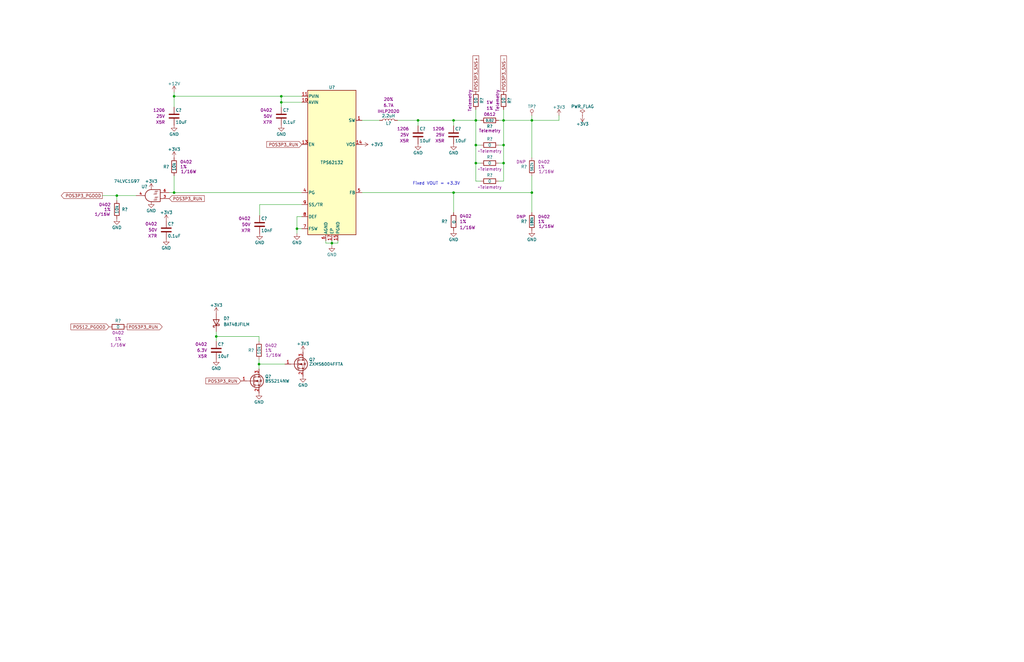
<source format=kicad_sch>
(kicad_sch (version 20211123) (generator eeschema)
  (paper "B")
  (title_block (title "drewSBC") (date "2022-06-26") (rev "PRELIM") (company "Drew Maatman"))
  (lib_symbols
    (symbol "Custom_Library:74LVC1G97_Power_AND" (pin_names (offset 1.016) hide)
      (property "Reference" "U" (at 1.524 3.81 0))
      (property "Value" "74LVC1G97_Power_AND" (at 1.524 -3.81 0))
      (symbol "74LVC1G97_Power_AND_1_1"
        (arc (start 0 -2.54) (mid 2.54 0) (end 0 2.54) (stroke (width 0.254)))
        (polyline (pts (xy -2.286 -0.635) (xy -1.651 -0.635) (xy -1.651 -1.905)))
        (polyline (pts (xy -2.286 1.905) (xy -1.651 1.905) (xy -1.651 0.635)))
        (polyline (pts (xy -2.921 -0.635) (xy -2.286 -0.635) (xy -2.286 -1.905) (xy -1.016 -1.905)))
        (polyline (pts (xy -2.921 1.905) (xy -2.286 1.905) (xy -2.286 0.635) (xy -1.016 0.635)))
        (polyline (pts (xy 0 -2.54) (xy -3.81 -2.54) (xy -3.81 2.54) (xy 0 2.54)) (stroke (width 0.254)))
        (pin power_in line (at 0 -2.54 270) (length 0) (name "GND") (number "1"))
        (pin power_in line (at 0 -2.54 270) (length 0) (name "GND") (number "2"))
        (pin input line (at -7.62 -1.27 0) (length 3.81) (name "~") (number "3"))
        (pin output line (at 6.35 0 180) (length 3.81) (name "~") (number "4"))
        (pin power_in line (at 0 2.54 90) (length 0) (name "VCC") (number "5"))
        (pin input line (at -7.62 1.27 0) (length 3.81) (name "~") (number "6"))
      )
    )
    (symbol "Custom_Library:C_Custom" (pin_numbers hide) (pin_names (offset 0.254))
      (property "Reference" "C" (at 0.635 2.54 0))
      (property "Value" "C_Custom" (at 0.635 -2.54 0))
      (property "display_footprint" "Foot" (at -3.81 2.54 0))
      (property "Voltage" "V" (at -3.81 0 0))
      (property "Dielectric" "Er" (at -3.81 -2.54 0))
      (symbol "C_Custom_0_1"
        (polyline (pts (xy -2.032 -0.762) (xy 2.032 -0.762)) (stroke (width 0.508)))
        (polyline (pts (xy -2.032 0.762) (xy 2.032 0.762)) (stroke (width 0.508)))
      )
      (symbol "C_Custom_1_1"
        (pin passive line (at 0 3.81 270) (length 2.794) (name "~") (number "1"))
        (pin passive line (at 0 -3.81 90) (length 2.794) (name "~") (number "2"))
      )
    )
    (symbol "Custom_Library:L_Custom" (pin_numbers hide) (pin_names (offset 1.016) hide)
      (property "Reference" "L" (at -1.27 0 90))
      (property "Value" "L_Custom" (at 1.905 0 90))
      (property "display_footprint" "Foot" (at 3.81 0 90))
      (property "Ampacity" "A" (at 6.35 0 90))
      (property "Tolerance" "Tol" (at 8.89 0 90))
      (symbol "L_Custom_0_1"
        (arc (start 0 -2.54) (mid 0.635 -1.905) (end 0 -1.27))
        (arc (start 0 -1.27) (mid 0.635 -0.635) (end 0 0))
        (arc (start 0 0) (mid 0.635 0.635) (end 0 1.27))
        (arc (start 0 1.27) (mid 0.635 1.905) (end 0 2.54))
      )
      (symbol "L_Custom_1_1"
        (pin passive line (at 0 3.81 270) (length 1.27) (name "1") (number "1"))
        (pin passive line (at 0 -3.81 90) (length 1.27) (name "2") (number "2"))
      )
    )
    (symbol "Custom_Library:R_Custom" (pin_numbers hide) (pin_names (offset 1.016) hide)
      (property "Reference" "R" (at -2.54 0 90))
      (property "Value" "R_Custom" (at 0 0 90))
      (property "display_footprint" "Foot" (at 2.54 0 90))
      (property "Tolerance" "Tol" (at 5.08 0 90))
      (property "Wattage" "W" (at 7.62 0 90))
      (symbol "R_Custom_0_1"
        (rectangle (start 1.016 2.54) (end -1.016 -2.54) (stroke (width 0.254)))
      )
      (symbol "R_Custom_1_1"
        (pin passive line (at 0 3.81 270) (length 1.27) (name "1") (number "1"))
        (pin passive line (at 0 -3.81 90) (length 1.27) (name "2") (number "2"))
      )
    )
    (symbol "Custom_Library:TP" (pin_numbers hide) (pin_names (offset 0) hide)
      (property "Reference" "TP" (at 0 3.81 0))
      (symbol "TP_0_1"
        (polyline (pts (xy 0 0) (xy 0 1.27)))
        (circle (center 0 1.905) (radius 0.635))
      )
      (symbol "TP_1_1"
        (pin passive line (at 0 0 90) (length 0) (name "TP") (number "1"))
      )
    )
    (symbol "Custom_Library:TPS62130" (pin_names (offset 0.254))
      (property "Reference" "U" (at 0 31.75 0))
      (property "Value" "TPS62130" (at 0 0 0))
      (symbol "TPS62130_0_1"
        (rectangle (start -10.16 30.48) (end 10.16 -30.48) (stroke (width 0.254)) (fill (type background)))
      )
      (symbol "TPS62130_1_1"
        (pin output line (at 12.7 17.78 180) (length 2.54) (name "SW") (number "1"))
        (pin power_in line (at -12.7 25.4 0) (length 2.54) (name "AVIN") (number "10"))
        (pin power_in line (at -12.7 27.94 0) (length 2.54) (name "PVIN") (number "11"))
        (pin passive line (at -12.7 27.94 0) (length 2.54) hide (name "PVIN") (number "12"))
        (pin input line (at -12.7 7.62 0) (length 2.54) (name "EN") (number "13"))
        (pin input line (at 12.7 7.62 180) (length 2.54) (name "VOS") (number "14"))
        (pin power_in line (at 2.54 -33.02 90) (length 2.54) (name "PGND") (number "15"))
        (pin passive line (at 2.54 -33.02 90) (length 2.54) hide (name "PGND") (number "16"))
        (pin power_in line (at 0 -33.02 90) (length 2.54) (name "EP") (number "17"))
        (pin passive line (at 12.7 17.78 180) (length 2.54) hide (name "SW") (number "2"))
        (pin passive line (at 12.7 17.78 180) (length 2.54) hide (name "SW") (number "3"))
        (pin open_collector line (at -12.7 -12.7 0) (length 2.54) (name "PG") (number "4"))
        (pin input line (at 12.7 -12.7 180) (length 2.54) (name "FB") (number "5"))
        (pin power_in line (at -2.54 -33.02 90) (length 2.54) (name "AGND") (number "6"))
        (pin input line (at -12.7 -27.94 0) (length 2.54) (name "FSW") (number "7"))
        (pin input line (at -12.7 -22.86 0) (length 2.54) (name "DEF") (number "8"))
        (pin input line (at -12.7 -17.78 0) (length 2.54) (name "SS/TR") (number "9"))
      )
    )
    (symbol "Custom_Library:ZXMS6004FFTA" (pin_names hide)
      (property "Reference" "Q" (at 5.08 1.905 0))
      (property "Value" "ZXMS6004FFTA" (at 5.08 0 0))
      (symbol "ZXMS6004FFTA_0_1"
        (polyline (pts (xy 0.254 0) (xy -2.54 0)))
        (polyline (pts (xy 0.254 1.905) (xy 0.254 -1.905)) (stroke (width 0.254)))
        (polyline (pts (xy 0.762 -1.27) (xy 0.762 -2.286)) (stroke (width 0.254)))
        (polyline (pts (xy 0.762 0.508) (xy 0.762 -0.508)) (stroke (width 0.254)))
        (polyline (pts (xy 0.762 2.286) (xy 0.762 1.27)) (stroke (width 0.254)))
        (polyline (pts (xy 2.54 2.54) (xy 2.54 1.778)))
        (polyline (pts (xy 2.54 -2.54) (xy 2.54 0) (xy 0.762 0)))
        (polyline (pts (xy 0.762 -1.778) (xy 3.302 -1.778) (xy 3.302 1.778) (xy 0.762 1.778)))
        (polyline (pts (xy 1.016 0) (xy 2.032 0.381) (xy 2.032 -0.381) (xy 1.016 0)) (fill (type outline)))
        (polyline (pts (xy 2.794 0.508) (xy 2.921 0.381) (xy 3.683 0.381) (xy 3.81 0.254)))
        (polyline (pts (xy 3.302 0.381) (xy 2.921 -0.254) (xy 3.683 -0.254) (xy 3.302 0.381)))
        (circle (center 1.651 0) (radius 2.794) (stroke (width 0.254)))
        (circle (center 2.54 -1.778) (radius 0.254) (fill (type outline)))
        (circle (center 2.54 1.778) (radius 0.254) (fill (type outline)))
      )
      (symbol "ZXMS6004FFTA_1_1"
        (pin input line (at -5.08 0 0) (length 2.54) (name "G") (number "1"))
        (pin passive line (at 2.54 -5.08 90) (length 2.54) (name "S") (number "2"))
        (pin passive line (at 2.54 5.08 270) (length 2.54) (name "D") (number "3"))
      )
    )
    (symbol "Diode:BAT48JFILM" (pin_numbers hide) (pin_names (offset 1.016) hide)
      (property "Reference" "D" (at 0 2.54 0))
      (property "Value" "BAT48JFILM" (at 0 -2.54 0))
      (symbol "BAT48JFILM_0_1"
        (polyline (pts (xy 1.27 0) (xy -1.27 0)))
        (polyline (pts (xy 1.27 1.27) (xy 1.27 -1.27) (xy -1.27 0) (xy 1.27 1.27)) (stroke (width 0.254)))
        (polyline (pts (xy -1.905 0.635) (xy -1.905 1.27) (xy -1.27 1.27) (xy -1.27 -1.27) (xy -0.635 -1.27) (xy -0.635 -0.635)) (stroke (width 0.254)))
      )
      (symbol "BAT48JFILM_1_1"
        (pin passive line (at -3.81 0 0) (length 2.54) (name "K") (number "1"))
        (pin passive line (at 3.81 0 180) (length 2.54) (name "A") (number "2"))
      )
    )
    (symbol "LED_Panel_Controller-rescue:+3.3V-power" (power) (pin_names (offset 0))
      (property "Value" "+3.3V-power" (at 0 3.556 0))
      (symbol "+3.3V-power_0_1"
        (polyline (pts (xy -0.762 1.27) (xy 0 2.54)))
        (polyline (pts (xy 0 0) (xy 0 2.54)))
        (polyline (pts (xy 0 2.54) (xy 0.762 1.27)))
      )
      (symbol "+3.3V-power_1_1"
        (pin power_in line (at 0 0 90) (length 0) hide (name "+3V3") (number "1"))
      )
    )
    (symbol "Transistor_FET:BSS214NW" (pin_names hide)
      (property "Reference" "Q" (at 5.08 1.905 0))
      (property "Value" "BSS214NW" (at 5.08 0 0))
      (symbol "BSS214NW_0_1"
        (polyline (pts (xy 0.254 0) (xy -2.54 0)))
        (polyline (pts (xy 0.254 1.905) (xy 0.254 -1.905)) (stroke (width 0.254)))
        (polyline (pts (xy 0.762 -1.27) (xy 0.762 -2.286)) (stroke (width 0.254)))
        (polyline (pts (xy 0.762 0.508) (xy 0.762 -0.508)) (stroke (width 0.254)))
        (polyline (pts (xy 0.762 2.286) (xy 0.762 1.27)) (stroke (width 0.254)))
        (polyline (pts (xy 2.54 2.54) (xy 2.54 1.778)))
        (polyline (pts (xy 2.54 -2.54) (xy 2.54 0) (xy 0.762 0)))
        (polyline (pts (xy 0.762 -1.778) (xy 3.302 -1.778) (xy 3.302 1.778) (xy 0.762 1.778)))
        (polyline (pts (xy 1.016 0) (xy 2.032 0.381) (xy 2.032 -0.381) (xy 1.016 0)) (fill (type outline)))
        (polyline (pts (xy 2.794 0.508) (xy 2.921 0.381) (xy 3.683 0.381) (xy 3.81 0.254)))
        (polyline (pts (xy 3.302 0.381) (xy 2.921 -0.254) (xy 3.683 -0.254) (xy 3.302 0.381)))
        (circle (center 1.651 0) (radius 2.794) (stroke (width 0.254)))
        (circle (center 2.54 -1.778) (radius 0.254) (fill (type outline)))
        (circle (center 2.54 1.778) (radius 0.254) (fill (type outline)))
      )
      (symbol "BSS214NW_1_1"
        (pin input line (at -5.08 0 0) (length 2.54) (name "G") (number "1"))
        (pin passive line (at 2.54 -5.08 90) (length 2.54) (name "S") (number "2"))
        (pin passive line (at 2.54 5.08 270) (length 2.54) (name "D") (number "3"))
      )
    )
    (symbol "power:+12V" (power) (pin_names (offset 0))
      (property "Value" "+12V" (at 0 3.556 0))
      (symbol "+12V_0_1"
        (polyline (pts (xy -0.762 1.27) (xy 0 2.54)))
        (polyline (pts (xy 0 0) (xy 0 2.54)))
        (polyline (pts (xy 0 2.54) (xy 0.762 1.27)))
      )
      (symbol "+12V_1_1"
        (pin power_in line (at 0 0 90) (length 0) hide (name "+12V") (number "1"))
      )
    )
    (symbol "power:GND" (power) (pin_names (offset 0))
      (property "Value" "GND" (at 0 -3.81 0))
      (symbol "GND_0_1"
        (polyline (pts (xy 0 0) (xy 0 -1.27) (xy 1.27 -1.27) (xy 0 -2.54) (xy -1.27 -1.27) (xy 0 -1.27)))
      )
      (symbol "GND_1_1"
        (pin power_in line (at 0 0 270) (length 0) hide (name "GND") (number "1"))
      )
    )
    (symbol "power:PWR_FLAG" (power) (pin_numbers hide) (pin_names (offset 0) hide)
      (property "Value" "PWR_FLAG" (at 0 3.81 0))
      (symbol "PWR_FLAG_0_0"
        (pin power_out line (at 0 0 90) (length 0) (name "pwr") (number "1"))
      )
      (symbol "PWR_FLAG_0_1"
        (polyline (pts (xy 0 0) (xy 0 1.27) (xy -1.016 1.905) (xy 0 2.54) (xy 1.016 1.905) (xy 0 1.27)))
      )
    )
  )
  (junction (at 191.262 50.8))
  (junction (at 49.276 82.55))
  (junction (at 73.406 81.28))
  (junction (at 212.344 50.8))
  (junction (at 212.344 68.834))
  (junction (at 224.282 81.28))
  (junction (at 212.344 61.214))
  (junction (at 118.618 43.18))
  (junction (at 200.66 61.214))
  (junction (at 118.618 40.64))
  (junction (at 191.262 81.28))
  (junction (at 91.186 141.986))
  (junction (at 176.276 50.8))
  (junction (at 224.282 50.8))
  (junction (at 139.954 102.616))
  (junction (at 109.22 153.67))
  (junction (at 200.66 68.834))
  (junction (at 73.406 40.64))
  (junction (at 125.222 96.52))
  (junction (at 200.66 50.8))
  (wire (pts (xy 235.712 50.8) (xy 224.282 50.8)))
  (wire (pts (xy 212.344 76.454) (xy 212.344 68.834)))
  (wire (pts (xy 210.312 61.214) (xy 212.344 61.214)))
  (wire (pts (xy 71.374 81.28) (xy 73.406 81.28)))
  (wire (pts (xy 127.254 96.52) (xy 125.222 96.52)))
  (wire (pts (xy 73.406 81.28) (xy 73.406 74.168)))
  (wire (pts (xy 73.406 40.64) (xy 73.406 45.212)))
  (wire (pts (xy 139.954 103.632) (xy 139.954 102.616)))
  (wire (pts (xy 212.344 46.228) (xy 212.344 50.8)))
  (wire (pts (xy 57.404 82.55) (xy 49.276 82.55)))
  (wire (pts (xy 210.312 68.834) (xy 212.344 68.834)))
  (wire (pts (xy 224.282 48.768) (xy 224.282 50.8)))
  (wire (pts (xy 200.66 76.454) (xy 202.692 76.454)))
  (wire (pts (xy 118.618 43.18) (xy 118.618 40.64)))
  (wire (pts (xy 200.66 68.834) (xy 200.66 76.454)))
  (wire (pts (xy 139.954 102.616) (xy 137.414 102.616)))
  (wire (pts (xy 176.276 50.8) (xy 191.262 50.8)))
  (wire (pts (xy 210.312 76.454) (xy 212.344 76.454)))
  (wire (pts (xy 137.414 102.616) (xy 137.414 101.6)))
  (wire (pts (xy 176.276 53.086) (xy 176.276 50.8)))
  (wire (pts (xy 120.142 153.67) (xy 109.22 153.67)))
  (wire (pts (xy 212.344 50.8) (xy 224.282 50.8)))
  (wire (pts (xy 224.282 74.168) (xy 224.282 81.28)))
  (wire (pts (xy 139.954 102.616) (xy 139.954 101.6)))
  (wire (pts (xy 210.312 50.8) (xy 212.344 50.8)))
  (wire (pts (xy 142.494 102.616) (xy 142.494 101.6)))
  (wire (pts (xy 49.276 82.55) (xy 43.18 82.55)))
  (wire (pts (xy 127.254 81.28) (xy 73.406 81.28)))
  (wire (pts (xy 200.66 61.214) (xy 200.66 68.834)))
  (wire (pts (xy 191.262 53.086) (xy 191.262 50.8)))
  (wire (pts (xy 200.66 50.8) (xy 200.66 61.214)))
  (wire (pts (xy 224.282 81.28) (xy 224.282 89.662)))
  (wire (pts (xy 91.186 139.954) (xy 91.186 141.986)))
  (wire (pts (xy 109.22 153.67) (xy 109.22 155.702)))
  (wire (pts (xy 167.64 50.8) (xy 176.276 50.8)))
  (wire (pts (xy 109.22 144.018) (xy 109.22 141.986)))
  (wire (pts (xy 212.344 68.834) (xy 212.344 61.214)))
  (wire (pts (xy 152.654 81.28) (xy 191.262 81.28)))
  (wire (pts (xy 125.222 91.44) (xy 127.254 91.44)))
  (wire (pts (xy 109.474 90.932) (xy 109.474 86.36)))
  (wire (pts (xy 127.254 43.18) (xy 118.618 43.18)))
  (wire (pts (xy 200.66 46.228) (xy 200.66 50.8)))
  (wire (pts (xy 91.186 141.986) (xy 91.186 144.018)))
  (wire (pts (xy 224.282 50.8) (xy 224.282 66.548)))
  (wire (pts (xy 109.474 86.36) (xy 127.254 86.36)))
  (wire (pts (xy 200.66 50.8) (xy 202.692 50.8)))
  (wire (pts (xy 118.618 43.18) (xy 118.618 45.212)))
  (wire (pts (xy 212.344 50.8) (xy 212.344 61.214)))
  (wire (pts (xy 139.954 102.616) (xy 142.494 102.616)))
  (wire (pts (xy 202.692 68.834) (xy 200.66 68.834)))
  (wire (pts (xy 235.712 48.768) (xy 235.712 50.8)))
  (wire (pts (xy 109.22 151.638) (xy 109.22 153.67)))
  (wire (pts (xy 202.692 61.214) (xy 200.66 61.214)))
  (wire (pts (xy 200.66 50.8) (xy 191.262 50.8)))
  (wire (pts (xy 125.222 96.52) (xy 125.222 91.44)))
  (wire (pts (xy 125.222 98.552) (xy 125.222 96.52)))
  (wire (pts (xy 49.276 82.55) (xy 49.276 84.582)))
  (wire (pts (xy 127.254 40.64) (xy 118.618 40.64)))
  (wire (pts (xy 191.262 89.662) (xy 191.262 81.28)))
  (wire (pts (xy 191.262 81.28) (xy 224.282 81.28)))
  (wire (pts (xy 109.22 141.986) (xy 91.186 141.986)))
  (wire (pts (xy 152.654 50.8) (xy 160.02 50.8)))
  (wire (pts (xy 73.406 38.862) (xy 73.406 40.64)))
  (wire (pts (xy 73.406 40.64) (xy 118.618 40.64)))
  (text "Fixed VOUT = +3.3V" (at 173.99 78.232 0) (effects (font (size 1.27 1.27)) (justify left bottom)))
  (global_label "POS3P3_RUN" (shape output) (at 53.594 137.922 0) (property "Intersheet References" "${INTERSHEET_REFS}" (effects hide)))
  (global_label "POS3P3_RUN" (shape input) (at 71.374 83.82 0) (property "Intersheet References" "${INTERSHEET_REFS}" (effects hide)))
  (global_label "POS3P3_RUN" (shape input) (at 127.254 60.96 180) (property "Intersheet References" "${INTERSHEET_REFS}" (effects hide)))
  (global_label "POS3P3_SNS-" (shape passive) (at 212.344 38.608 90) (property "Intersheet References" "${INTERSHEET_REFS}" (effects hide)))
  (global_label "POS3P3_PGOOD" (shape output) (at 43.18 82.55 180) (property "Intersheet References" "${INTERSHEET_REFS}" (effects hide)))
  (global_label "POS3P3_SNS+" (shape passive) (at 200.66 38.608 90) (property "Intersheet References" "${INTERSHEET_REFS}" (effects hide)))
  (global_label "POS12_PGOOD" (shape input) (at 45.974 137.922 180) (property "Intersheet References" "${INTERSHEET_REFS}" (effects hide)))
  (global_label "POS3P3_RUN" (shape input) (at 101.6 160.782 180) (property "Intersheet References" "${INTERSHEET_REFS}" (effects hide)))
  (symbol (lib_id "Custom_Library:R_Custom") (at 206.502 61.214 90) (mirror x) (unit 1)
    (property "Reference" "R?" (at 206.502 58.674 90))
    (property "Value" "0" (at 206.502 61.214 90))
    (property "Footprint" "Resistors_SMD:R_0402" (effects hide))
    (property "display_footprint" "0402" (effects hide))
    (property "Tolerance" "1%" (effects hide))
    (property "Wattage" "1/16W" (effects hide))
    (property "Configuration" "~Telemetry" (at 206.502 63.754 90))
    (property "Digi-Key PN" "RMCF0402ZT0R00CT-ND" (effects hide))
  )
  (symbol (lib_id "power:GND") (at 118.618 52.832 0) (unit 1)
    (property "Reference" "#PWR?" (effects hide))
    (property "Value" "GND" (at 118.618 56.642 0))
  )
  (symbol (lib_id "power:GND") (at 109.474 98.552 0) (unit 1)
    (property "Reference" "#PWR?" (effects hide))
    (property "Value" "GND" (at 109.474 102.362 0))
  )
  (symbol (lib_id "Custom_Library:C_Custom") (at 176.276 56.896 0) (unit 1)
    (property "Reference" "C?" (at 176.911 54.356 0) (effects (justify left)))
    (property "Value" "10uF" (at 176.911 59.436 0) (effects (justify left)))
    (property "Footprint" "Capacitors_SMD:C_1206" (effects hide))
    (property "display_footprint" "1206" (at 172.466 54.356 0) (effects (justify right)))
    (property "Voltage" "25V" (at 172.466 56.896 0) (effects (justify right)))
    (property "Dielectric" "X5R" (at 172.466 59.436 0) (effects (justify right)))
    (property "Digi-Key PN" "399-8153-1-ND" (effects hide))
  )
  (symbol (lib_id "Custom_Library:R_Custom") (at 206.502 50.8 90) (unit 1)
    (property "Reference" "R?" (at 206.502 53.34 90))
    (property "Value" "0.02" (at 206.502 50.8 90) (effects (font (size 1.016 1.016))))
    (property "Footprint" "Resistors_SMD:R_0612" (effects hide))
    (property "Digi-Key PN" "P16010CT-ND" (effects hide))
    (property "display_footprint" "0612" (at 206.502 48.26 90))
    (property "Tolerance" "1%" (at 206.502 45.72 90))
    (property "Wattage" "1W" (at 206.502 43.18 90))
    (property "Configuration" "Telemetry" (at 206.502 55.118 90))
  )
  (symbol (lib_id "LED_Panel_Controller-rescue:+3.3V-power") (at 245.618 48.768 180) (unit 1)
    (property "Reference" "#PWR?" (effects hide))
    (property "Value" "+3.3V" (at 245.618 52.324 0))
  )
  (symbol (lib_id "power:GND") (at 139.954 103.632 0) (unit 1)
    (property "Reference" "#PWR?" (effects hide))
    (property "Value" "GND" (at 139.954 107.442 0))
  )
  (symbol (lib_id "LED_Panel_Controller-rescue:+3.3V-power") (at 70.104 93.218 0) (unit 1)
    (property "Reference" "#PWR?" (effects hide))
    (property "Value" "+3.3V" (at 70.104 89.662 0))
  )
  (symbol (lib_id "Transistor_FET:BSS214NW") (at 106.68 160.782 0) (unit 1)
    (property "Reference" "Q?" (at 111.76 158.877 0) (effects (justify left)))
    (property "Value" "BSS214NW" (at 111.76 160.782 0) (effects (justify left)))
    (property "Footprint" "Package_TO_SOT_SMD:SOT-323_SC-70" (effects hide))
    (property "Datasheet" "https://www.infineon.com/dgdl/Infineon-BSS214NW-DS-v02_02-en.pdf?fileId=db3a30431b3e89eb011b695aebc01bde" (effects hide))
    (property "Digi-Key PN" "BSS214NWH6327XTSA1CT-ND" (effects hide))
  )
  (symbol (lib_id "Custom_Library:R_Custom") (at 109.22 147.828 0) (unit 1)
    (property "Reference" "R?" (at 107.188 147.828 0) (effects (justify right)))
    (property "Value" "10k" (at 109.22 147.828 90))
    (property "Footprint" "Resistors_SMD:R_0402" (effects hide))
    (property "display_footprint" "0402" (at 111.76 145.796 0) (effects (justify left)))
    (property "Tolerance" "1%" (at 111.76 147.828 0) (effects (justify left)))
    (property "Wattage" "1/16W" (at 112.014 149.86 0) (effects (justify left)))
    (property "Digi-Key PN" "RMCF0402FT10K0CT-ND" (effects hide))
  )
  (symbol (lib_id "LED_Panel_Controller-rescue:+3.3V-power") (at 127.762 148.59 0) (unit 1)
    (property "Reference" "#PWR?" (effects hide))
    (property "Value" "+3.3V" (at 127.762 145.034 0))
  )
  (symbol (lib_id "Custom_Library:R_Custom") (at 49.276 88.392 0) (mirror y) (unit 1)
    (property "Reference" "R?" (at 51.308 88.392 0) (effects (justify right)))
    (property "Value" "10k" (at 49.276 88.392 90))
    (property "Footprint" "Resistors_SMD:R_0402" (effects hide))
    (property "display_footprint" "0402" (at 46.736 86.36 0) (effects (justify left)))
    (property "Tolerance" "1%" (at 46.736 88.392 0) (effects (justify left)))
    (property "Wattage" "1/16W" (at 46.482 90.424 0) (effects (justify left)))
    (property "Digi-Key PN" "RMCF0402FT10K0CT-ND" (effects hide))
  )
  (symbol (lib_id "LED_Panel_Controller-rescue:+3.3V-power") (at 235.712 48.768 0) (unit 1)
    (property "Reference" "#PWR?" (effects hide))
    (property "Value" "+3.3V" (at 235.712 45.212 0))
  )
  (symbol (lib_id "power:GND") (at 109.22 165.862 0) (unit 1)
    (property "Reference" "#PWR?" (effects hide))
    (property "Value" "GND" (at 109.22 169.672 0))
  )
  (symbol (lib_id "Custom_Library:ZXMS6004FFTA") (at 125.222 153.67 0) (unit 1)
    (property "Reference" "Q?" (at 130.302 151.765 0) (effects (justify left)))
    (property "Value" "ZXMS6004FFTA" (at 130.302 153.67 0) (effects (justify left)))
    (property "Footprint" "Package_TO_SOT_SMD:SOT-23" (effects hide))
    (property "Datasheet" "https://www.diodes.com/assets/Datasheets/ZXMS6004FF.pdf" (effects hide))
    (property "Digi-Key PN" "ZXMS6004FFCT-ND" (effects hide))
  )
  (symbol (lib_id "Custom_Library:R_Custom") (at 206.502 68.834 90) (mirror x) (unit 1)
    (property "Reference" "R?" (at 206.502 66.294 90))
    (property "Value" "0" (at 206.502 68.834 90))
    (property "Footprint" "Resistors_SMD:R_0402" (effects hide))
    (property "display_footprint" "0402" (effects hide))
    (property "Tolerance" "1%" (effects hide))
    (property "Wattage" "1/16W" (effects hide))
    (property "Configuration" "~Telemetry" (at 206.502 71.374 90))
    (property "Digi-Key PN" "RMCF0402ZT0R00CT-ND" (effects hide))
  )
  (symbol (lib_id "LED_Panel_Controller-rescue:+3.3V-power") (at 63.754 80.01 0) (unit 1)
    (property "Reference" "#PWR?" (effects hide))
    (property "Value" "+3.3V" (at 63.754 76.454 0))
  )
  (symbol (lib_id "power:GND") (at 49.276 92.202 0) (unit 1)
    (property "Reference" "#PWR?" (effects hide))
    (property "Value" "GND" (at 49.276 96.012 0))
  )
  (symbol (lib_id "power:GND") (at 91.186 151.638 0) (unit 1)
    (property "Reference" "#PWR?" (effects hide))
    (property "Value" "GND" (at 91.186 155.448 0))
  )
  (symbol (lib_id "Custom_Library:TPS62130") (at 139.954 68.58 0) (unit 1)
    (property "Reference" "U?" (at 139.954 36.83 0))
    (property "Value" "TPS62132" (at 139.954 68.58 0))
    (property "Footprint" "Package_DFN_QFN:QFN-16-1EP_3x3mm_P0.5mm_EP1.8x1.8mm" (effects hide))
    (property "Datasheet" "http://www.ti.com/lit/ds/symlink/tps62130.pdf" (effects hide))
    (property "Digi-Key PN" "296-29936-1-ND" (effects hide))
  )
  (symbol (lib_id "power:GND") (at 125.222 98.552 0) (unit 1)
    (property "Reference" "#PWR?" (effects hide))
    (property "Value" "GND" (at 125.222 102.362 0))
  )
  (symbol (lib_id "LED_Panel_Controller-rescue:+3.3V-power") (at 73.406 66.548 0) (unit 1)
    (property "Reference" "#PWR?" (effects hide))
    (property "Value" "+3.3V" (at 73.406 62.992 0))
  )
  (symbol (lib_id "Custom_Library:R_Custom") (at 191.262 93.472 0) (mirror y) (unit 1)
    (property "Reference" "R?" (at 188.722 93.472 0) (effects (justify left)))
    (property "Value" "0" (at 191.516 92.964 90) (effects (justify right)))
    (property "Footprint" "Resistors_SMD:R_0402" (effects hide))
    (property "display_footprint" "0402" (at 193.802 91.186 0) (effects (justify right)))
    (property "Tolerance" "1%" (at 193.802 93.472 0) (effects (justify right)))
    (property "Wattage" "1/16W" (at 193.802 96.012 0) (effects (justify right)))
    (property "Digi-Key PN" "RMCF0402ZT0R00CT-ND" (effects hide))
  )
  (symbol (lib_id "power:GND") (at 191.262 97.282 0) (unit 1)
    (property "Reference" "#PWR?" (effects hide))
    (property "Value" "GND" (at 191.262 101.092 0))
  )
  (symbol (lib_id "Custom_Library:R_Custom") (at 224.282 70.358 0) (unit 1)
    (property "Reference" "R?" (at 222.25 70.358 0) (effects (justify right)))
    (property "Value" "562k" (at 224.282 70.358 90) (effects (font (size 1.016 1.016))))
    (property "Footprint" "Resistors_SMD:R_0402" (effects hide))
    (property "display_footprint" "0402" (at 226.822 68.326 0) (effects (justify left)))
    (property "Tolerance" "1%" (at 226.822 70.358 0) (effects (justify left)))
    (property "Wattage" "1/16W" (at 227.076 72.39 0) (effects (justify left)))
    (property "Configuration" "DNP" (at 219.71 68.326 0))
    (property "Digi-Key PN" "RMCF0402FT562KCT-ND" (effects hide))
  )
  (symbol (lib_id "LED_Panel_Controller-rescue:+3.3V-power") (at 152.654 60.96 270) (unit 1)
    (property "Reference" "#PWR?" (effects hide))
    (property "Value" "+3.3V" (at 156.21 60.96 90) (effects (justify left)))
  )
  (symbol (lib_id "Custom_Library:C_Custom") (at 118.618 49.022 0) (unit 1)
    (property "Reference" "C?" (at 119.253 46.482 0) (effects (justify left)))
    (property "Value" "0.1uF" (at 119.253 51.562 0) (effects (justify left)))
    (property "Footprint" "Capacitors_SMD:C_0402" (effects hide))
    (property "display_footprint" "0402" (at 114.808 46.482 0) (effects (justify right)))
    (property "Voltage" "50V" (at 114.808 49.022 0) (effects (justify right)))
    (property "Dielectric" "X7R" (at 114.808 51.562 0) (effects (justify right)))
    (property "Digi-Key PN" "490-10698-1-ND" (effects hide))
  )
  (symbol (lib_id "Custom_Library:C_Custom") (at 70.104 97.028 0) (unit 1)
    (property "Reference" "C?" (at 70.739 94.488 0) (effects (justify left)))
    (property "Value" "0.1uF" (at 70.739 99.568 0) (effects (justify left)))
    (property "Footprint" "Capacitors_SMD:C_0402" (effects hide))
    (property "display_footprint" "0402" (at 66.294 94.488 0) (effects (justify right)))
    (property "Voltage" "50V" (at 66.294 97.028 0) (effects (justify right)))
    (property "Dielectric" "X7R" (at 66.294 99.568 0) (effects (justify right)))
    (property "Digi-Key PN" "490-10698-1-ND" (effects hide))
  )
  (symbol (lib_id "Custom_Library:74LVC1G97_Power_AND") (at 63.754 82.55 0) (mirror y) (unit 1)
    (property "Reference" "U?" (at 62.23 78.74 0) (effects (justify left)))
    (property "Value" "74LVC1G97" (at 58.928 76.454 0) (effects (justify left)))
    (property "Footprint" "Package_TO_SOT_SMD:SOT-363_SC-70-6" (effects hide))
    (property "Datasheet" "http://www.ti.com/lit/ds/symlink/sn74lvc1g97.pdf" (effects hide))
    (property "Digi-Key PN" "1727-1772-1-ND" (effects hide))
  )
  (symbol (lib_id "Custom_Library:R_Custom") (at 73.406 70.358 0) (unit 1)
    (property "Reference" "R?" (at 71.374 70.358 0) (effects (justify right)))
    (property "Value" "10k" (at 73.406 70.358 90))
    (property "Footprint" "Resistors_SMD:R_0402" (effects hide))
    (property "display_footprint" "0402" (at 75.946 68.326 0) (effects (justify left)))
    (property "Tolerance" "1%" (at 75.946 70.358 0) (effects (justify left)))
    (property "Wattage" "1/16W" (at 76.2 72.39 0) (effects (justify left)))
    (property "Digi-Key PN" "RMCF0402FT10K0CT-ND" (effects hide))
  )
  (symbol (lib_id "Custom_Library:R_Custom") (at 49.784 137.922 90) (mirror x) (unit 1)
    (property "Reference" "R?" (at 49.784 135.382 90))
    (property "Value" "0" (at 49.784 137.922 90))
    (property "Footprint" "Resistors_SMD:R_0402" (effects hide))
    (property "display_footprint" "0402" (at 49.784 140.462 90))
    (property "Tolerance" "1%" (at 49.784 143.002 90))
    (property "Wattage" "1/16W" (at 49.784 145.542 90))
    (property "Digi-Key PN" "RMCF0402ZT0R00CT-ND" (effects hide))
  )
  (symbol (lib_id "Custom_Library:R_Custom") (at 212.344 42.418 0) (mirror y) (unit 1)
    (property "Reference" "R?" (at 214.884 42.418 90))
    (property "Value" "10" (at 212.344 42.418 90))
    (property "Footprint" "Resistors_SMD:R_0402" (effects hide))
    (property "display_footprint" "0402" (effects hide))
    (property "Tolerance" "1%" (effects hide))
    (property "Wattage" "1/16W" (effects hide))
    (property "Digi-Key PN" "RMCF0402FT10R0CT-ND" (effects hide))
    (property "Configuration" "Telemetry" (at 209.804 42.418 90))
  )
  (symbol (lib_id "Custom_Library:R_Custom") (at 224.282 93.472 0) (unit 1)
    (property "Reference" "R?" (at 222.25 93.472 0) (effects (justify right)))
    (property "Value" "180k" (at 224.282 93.472 90) (effects (font (size 1.016 1.016))))
    (property "Footprint" "Resistors_SMD:R_0402" (effects hide))
    (property "display_footprint" "0402" (at 226.822 91.44 0) (effects (justify left)))
    (property "Tolerance" "1%" (at 226.822 93.472 0) (effects (justify left)))
    (property "Wattage" "1/16W" (at 227.076 95.504 0) (effects (justify left)))
    (property "Configuration" "DNP" (at 219.71 91.44 0))
    (property "Digi-Key PN" "RMCF0402FT180KCT-ND" (effects hide))
  )
  (symbol (lib_id "LED_Panel_Controller-rescue:+3.3V-power") (at 91.186 132.334 0) (unit 1)
    (property "Reference" "#PWR?" (effects hide))
    (property "Value" "+3.3V" (at 91.186 128.778 0))
  )
  (symbol (lib_id "Custom_Library:R_Custom") (at 200.66 42.418 0) (mirror y) (unit 1)
    (property "Reference" "R?" (at 203.2 42.418 90))
    (property "Value" "10" (at 200.66 42.418 90))
    (property "Footprint" "Resistors_SMD:R_0402" (effects hide))
    (property "display_footprint" "0402" (effects hide))
    (property "Tolerance" "1%" (effects hide))
    (property "Wattage" "1/16W" (effects hide))
    (property "Digi-Key PN" "RMCF0402FT10R0CT-ND" (effects hide))
    (property "Configuration" "Telemetry" (at 198.12 42.418 90))
  )
  (symbol (lib_id "Custom_Library:C_Custom") (at 191.262 56.896 0) (unit 1)
    (property "Reference" "C?" (at 191.897 54.356 0) (effects (justify left)))
    (property "Value" "10uF" (at 191.897 59.436 0) (effects (justify left)))
    (property "Footprint" "Capacitors_SMD:C_1206" (effects hide))
    (property "display_footprint" "1206" (at 187.452 54.356 0) (effects (justify right)))
    (property "Voltage" "25V" (at 187.452 56.896 0) (effects (justify right)))
    (property "Dielectric" "X5R" (at 187.452 59.436 0) (effects (justify right)))
    (property "Digi-Key PN" "399-8153-1-ND" (effects hide))
  )
  (symbol (lib_id "power:PWR_FLAG") (at 245.618 48.768 0) (unit 1)
    (property "Reference" "#FLG?" (effects hide))
    (property "Value" "PWR_FLAG" (at 245.618 44.958 0))
  )
  (symbol (lib_id "Custom_Library:C_Custom") (at 91.186 147.828 0) (unit 1)
    (property "Reference" "C?" (at 91.821 145.288 0) (effects (justify left)))
    (property "Value" "10uF" (at 91.821 150.368 0) (effects (justify left)))
    (property "Footprint" "Capacitors_SMD:C_0402" (effects hide))
    (property "display_footprint" "0402" (at 87.376 145.288 0) (effects (justify right)))
    (property "Voltage" "6.3V" (at 87.376 147.828 0) (effects (justify right)))
    (property "Dielectric" "X5R" (at 87.376 150.368 0) (effects (justify right)))
    (property "Digi-Key PN" "1276-1451-1-ND" (effects hide))
  )
  (symbol (lib_id "Custom_Library:C_Custom") (at 109.474 94.742 0) (unit 1)
    (property "Reference" "C?" (at 110.109 92.202 0) (effects (justify left)))
    (property "Value" "10nF" (at 110.109 97.282 0) (effects (justify left)))
    (property "Footprint" "Capacitors_SMD:C_0402" (effects hide))
    (property "display_footprint" "0402" (at 105.664 92.202 0) (effects (justify right)))
    (property "Voltage" "50V" (at 105.664 94.742 0) (effects (justify right)))
    (property "Dielectric" "X7R" (at 105.664 97.282 0) (effects (justify right)))
    (property "Digi-Key PN" "399-3066-1-ND" (effects hide))
  )
  (symbol (lib_id "power:GND") (at 191.262 60.706 0) (unit 1)
    (property "Reference" "#PWR?" (effects hide))
    (property "Value" "GND" (at 191.262 64.516 0))
  )
  (symbol (lib_id "power:GND") (at 127.762 158.75 0) (unit 1)
    (property "Reference" "#PWR?" (effects hide))
    (property "Value" "GND" (at 127.762 162.56 0))
  )
  (symbol (lib_id "power:GND") (at 224.282 97.282 0) (unit 1)
    (property "Reference" "#PWR?" (effects hide))
    (property "Value" "GND" (at 224.282 101.092 0))
  )
  (symbol (lib_id "Custom_Library:C_Custom") (at 73.406 49.022 0) (unit 1)
    (property "Reference" "C?" (at 74.041 46.482 0) (effects (justify left)))
    (property "Value" "10uF" (at 74.041 51.562 0) (effects (justify left)))
    (property "Footprint" "Capacitors_SMD:C_1206" (effects hide))
    (property "display_footprint" "1206" (at 69.596 46.482 0) (effects (justify right)))
    (property "Voltage" "25V" (at 69.596 49.022 0) (effects (justify right)))
    (property "Dielectric" "X5R" (at 69.596 51.562 0) (effects (justify right)))
    (property "Digi-Key PN" "399-8153-1-ND" (effects hide))
  )
  (symbol (lib_id "power:GND") (at 73.406 52.832 0) (unit 1)
    (property "Reference" "#PWR?" (effects hide))
    (property "Value" "GND" (at 73.406 56.642 0))
  )
  (symbol (lib_id "Custom_Library:L_Custom") (at 163.83 50.8 90) (unit 1)
    (property "Reference" "L?" (at 163.83 52.07 90))
    (property "Value" "2.2uH" (at 163.83 48.895 90))
    (property "Footprint" "Inductors_SMD:L_Vishay_IHLP-2020" (effects hide))
    (property "display_footprint" "IHLP2020" (at 163.83 46.99 90))
    (property "Ampacity" "6.7A" (at 163.83 44.45 90))
    (property "Tolerance" "20%" (at 163.83 41.91 90))
    (property "Digi-Key PN" "541-1236-1-ND" (effects hide))
  )
  (symbol (lib_id "Custom_Library:TP") (at 224.282 48.768 0) (unit 1)
    (property "Reference" "TP?" (at 224.282 44.958 0))
    (property "Value" "TP" (effects hide))
    (property "Footprint" "Custom Footprints Library:Test_Point" (effects hide))
  )
  (symbol (lib_id "power:GND") (at 176.276 60.706 0) (unit 1)
    (property "Reference" "#PWR?" (effects hide))
    (property "Value" "GND" (at 176.276 64.516 0))
  )
  (symbol (lib_id "Diode:BAT48JFILM") (at 91.186 136.144 90) (unit 1)
    (property "Reference" "D?" (at 94.234 134.366 90) (effects (justify right)))
    (property "Value" "BAT48JFILM" (at 94.234 136.906 90) (effects (justify right)))
    (property "Footprint" "Diode_SMD:D_SOD-323" (effects hide))
    (property "Datasheet" "www.st.com/resource/en/datasheet/bat48.pdf" (effects hide))
    (property "Digi-Key PN" "497-5711-1-ND" (effects hide))
  )
  (symbol (lib_id "Custom_Library:R_Custom") (at 206.502 76.454 90) (mirror x) (unit 1)
    (property "Reference" "R?" (at 206.502 73.914 90))
    (property "Value" "0" (at 206.502 76.454 90))
    (property "Footprint" "Resistors_SMD:R_0402" (effects hide))
    (property "display_footprint" "0402" (effects hide))
    (property "Tolerance" "1%" (effects hide))
    (property "Wattage" "1/16W" (effects hide))
    (property "Configuration" "~Telemetry" (at 206.502 78.994 90))
    (property "Digi-Key PN" "RMCF0402ZT0R00CT-ND" (effects hide))
  )
  (symbol (lib_id "power:GND") (at 63.754 85.09 0) (unit 1)
    (property "Reference" "#PWR?" (effects hide))
    (property "Value" "GND" (at 63.754 88.9 0))
  )
  (symbol (lib_id "power:+12V") (at 73.406 38.862 0) (unit 1)
    (property "Reference" "#PWR?" (effects hide))
    (property "Value" "+12V" (at 73.406 35.306 0))
  )
  (symbol (lib_id "power:GND") (at 70.104 100.838 0) (unit 1)
    (property "Reference" "#PWR?" (effects hide))
    (property "Value" "GND" (at 70.104 104.648 0))
  )
)
</source>
